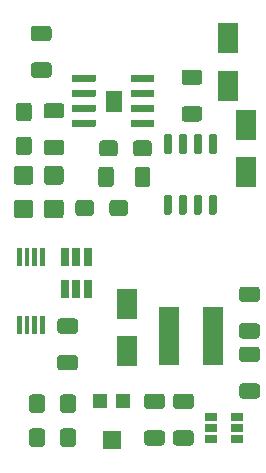
<source format=gtp>
%TF.GenerationSoftware,KiCad,Pcbnew,5.1.7-a382d34a8~88~ubuntu18.04.1*%
%TF.CreationDate,2022-07-15T15:30:23-05:00*%
%TF.ProjectId,Global_Val_Sen,476c6f62-616c-45f5-9661-6c5f53656e2e,rev?*%
%TF.SameCoordinates,Original*%
%TF.FileFunction,Paste,Top*%
%TF.FilePolarity,Positive*%
%FSLAX46Y46*%
G04 Gerber Fmt 4.6, Leading zero omitted, Abs format (unit mm)*
G04 Created by KiCad (PCBNEW 5.1.7-a382d34a8~88~ubuntu18.04.1) date 2022-07-15 15:30:23*
%MOMM*%
%LPD*%
G01*
G04 APERTURE LIST*
%ADD10C,0.010000*%
%ADD11R,1.600000X1.500000*%
%ADD12R,1.200000X1.200000*%
%ADD13R,1.800000X5.000000*%
%ADD14R,1.060000X0.650000*%
%ADD15R,1.800000X2.500000*%
%ADD16R,0.650000X1.560000*%
G04 APERTURE END LIST*
D10*
G36*
X31285000Y-46220000D02*
G01*
X32575000Y-46220000D01*
X32575000Y-47860000D01*
X31285000Y-47860000D01*
X31285000Y-46220000D01*
G37*
X31285000Y-46220000D02*
X32575000Y-46220000D01*
X32575000Y-47860000D01*
X31285000Y-47860000D01*
X31285000Y-46220000D01*
G36*
G01*
X42855000Y-70960000D02*
X44105000Y-70960000D01*
G75*
G02*
X44355000Y-71210000I0J-250000D01*
G01*
X44355000Y-72010000D01*
G75*
G02*
X44105000Y-72260000I-250000J0D01*
G01*
X42855000Y-72260000D01*
G75*
G02*
X42605000Y-72010000I0J250000D01*
G01*
X42605000Y-71210000D01*
G75*
G02*
X42855000Y-70960000I250000J0D01*
G01*
G37*
G36*
G01*
X42855000Y-67860000D02*
X44105000Y-67860000D01*
G75*
G02*
X44355000Y-68110000I0J-250000D01*
G01*
X44355000Y-68910000D01*
G75*
G02*
X44105000Y-69160000I-250000J0D01*
G01*
X42855000Y-69160000D01*
G75*
G02*
X42605000Y-68910000I0J250000D01*
G01*
X42605000Y-68110000D01*
G75*
G02*
X42855000Y-67860000I250000J0D01*
G01*
G37*
G36*
G01*
X42845000Y-65870000D02*
X44095000Y-65870000D01*
G75*
G02*
X44345000Y-66120000I0J-250000D01*
G01*
X44345000Y-66920000D01*
G75*
G02*
X44095000Y-67170000I-250000J0D01*
G01*
X42845000Y-67170000D01*
G75*
G02*
X42595000Y-66920000I0J250000D01*
G01*
X42595000Y-66120000D01*
G75*
G02*
X42845000Y-65870000I250000J0D01*
G01*
G37*
G36*
G01*
X42845000Y-62770000D02*
X44095000Y-62770000D01*
G75*
G02*
X44345000Y-63020000I0J-250000D01*
G01*
X44345000Y-63820000D01*
G75*
G02*
X44095000Y-64070000I-250000J0D01*
G01*
X42845000Y-64070000D01*
G75*
G02*
X42595000Y-63820000I0J250000D01*
G01*
X42595000Y-63020000D01*
G75*
G02*
X42845000Y-62770000I250000J0D01*
G01*
G37*
D11*
X31790000Y-75740000D03*
D12*
X30790000Y-72490000D03*
X32790000Y-72490000D03*
G36*
G01*
X25064999Y-74770000D02*
X25915001Y-74770000D01*
G75*
G02*
X26165000Y-75019999I0J-249999D01*
G01*
X26165000Y-76095001D01*
G75*
G02*
X25915001Y-76345000I-249999J0D01*
G01*
X25064999Y-76345000D01*
G75*
G02*
X24815000Y-76095001I0J249999D01*
G01*
X24815000Y-75019999D01*
G75*
G02*
X25064999Y-74770000I249999J0D01*
G01*
G37*
G36*
G01*
X25064999Y-71895000D02*
X25915001Y-71895000D01*
G75*
G02*
X26165000Y-72144999I0J-249999D01*
G01*
X26165000Y-73220001D01*
G75*
G02*
X25915001Y-73470000I-249999J0D01*
G01*
X25064999Y-73470000D01*
G75*
G02*
X24815000Y-73220001I0J249999D01*
G01*
X24815000Y-72144999D01*
G75*
G02*
X25064999Y-71895000I249999J0D01*
G01*
G37*
D13*
X40370000Y-66920000D03*
X36670000Y-66920000D03*
D14*
X42390000Y-74740000D03*
X42390000Y-73790000D03*
X42390000Y-75690000D03*
X40190000Y-75690000D03*
X40190000Y-74740000D03*
X40190000Y-73790000D03*
G36*
G01*
X38505000Y-73140000D02*
X37255000Y-73140000D01*
G75*
G02*
X37005000Y-72890000I0J250000D01*
G01*
X37005000Y-72090000D01*
G75*
G02*
X37255000Y-71840000I250000J0D01*
G01*
X38505000Y-71840000D01*
G75*
G02*
X38755000Y-72090000I0J-250000D01*
G01*
X38755000Y-72890000D01*
G75*
G02*
X38505000Y-73140000I-250000J0D01*
G01*
G37*
G36*
G01*
X38505000Y-76240000D02*
X37255000Y-76240000D01*
G75*
G02*
X37005000Y-75990000I0J250000D01*
G01*
X37005000Y-75190000D01*
G75*
G02*
X37255000Y-74940000I250000J0D01*
G01*
X38505000Y-74940000D01*
G75*
G02*
X38755000Y-75190000I0J-250000D01*
G01*
X38755000Y-75990000D01*
G75*
G02*
X38505000Y-76240000I-250000J0D01*
G01*
G37*
G36*
G01*
X34805000Y-74930000D02*
X36055000Y-74930000D01*
G75*
G02*
X36305000Y-75180000I0J-250000D01*
G01*
X36305000Y-75980000D01*
G75*
G02*
X36055000Y-76230000I-250000J0D01*
G01*
X34805000Y-76230000D01*
G75*
G02*
X34555000Y-75980000I0J250000D01*
G01*
X34555000Y-75180000D01*
G75*
G02*
X34805000Y-74930000I250000J0D01*
G01*
G37*
G36*
G01*
X34805000Y-71830000D02*
X36055000Y-71830000D01*
G75*
G02*
X36305000Y-72080000I0J-250000D01*
G01*
X36305000Y-72880000D01*
G75*
G02*
X36055000Y-73130000I-250000J0D01*
G01*
X34805000Y-73130000D01*
G75*
G02*
X34555000Y-72880000I0J250000D01*
G01*
X34555000Y-72080000D01*
G75*
G02*
X34805000Y-71830000I250000J0D01*
G01*
G37*
D15*
X33140000Y-68250000D03*
X33140000Y-64250000D03*
G36*
G01*
X27684999Y-74770000D02*
X28535001Y-74770000D01*
G75*
G02*
X28785000Y-75019999I0J-249999D01*
G01*
X28785000Y-76095001D01*
G75*
G02*
X28535001Y-76345000I-249999J0D01*
G01*
X27684999Y-76345000D01*
G75*
G02*
X27435000Y-76095001I0J249999D01*
G01*
X27435000Y-75019999D01*
G75*
G02*
X27684999Y-74770000I249999J0D01*
G01*
G37*
G36*
G01*
X27684999Y-71895000D02*
X28535001Y-71895000D01*
G75*
G02*
X28785000Y-72144999I0J-249999D01*
G01*
X28785000Y-73220001D01*
G75*
G02*
X28535001Y-73470000I-249999J0D01*
G01*
X27684999Y-73470000D01*
G75*
G02*
X27435000Y-73220001I0J249999D01*
G01*
X27435000Y-72144999D01*
G75*
G02*
X27684999Y-71895000I249999J0D01*
G01*
G37*
G36*
G01*
X28470000Y-45393000D02*
X28470000Y-44877000D01*
G75*
G02*
X28512000Y-44835000I42000J0D01*
G01*
X30398000Y-44835000D01*
G75*
G02*
X30440000Y-44877000I0J-42000D01*
G01*
X30440000Y-45393000D01*
G75*
G02*
X30398000Y-45435000I-42000J0D01*
G01*
X28512000Y-45435000D01*
G75*
G02*
X28470000Y-45393000I0J42000D01*
G01*
G37*
G36*
G01*
X28470000Y-46663000D02*
X28470000Y-46147000D01*
G75*
G02*
X28512000Y-46105000I42000J0D01*
G01*
X30398000Y-46105000D01*
G75*
G02*
X30440000Y-46147000I0J-42000D01*
G01*
X30440000Y-46663000D01*
G75*
G02*
X30398000Y-46705000I-42000J0D01*
G01*
X28512000Y-46705000D01*
G75*
G02*
X28470000Y-46663000I0J42000D01*
G01*
G37*
G36*
G01*
X28470000Y-47933000D02*
X28470000Y-47417000D01*
G75*
G02*
X28512000Y-47375000I42000J0D01*
G01*
X30398000Y-47375000D01*
G75*
G02*
X30440000Y-47417000I0J-42000D01*
G01*
X30440000Y-47933000D01*
G75*
G02*
X30398000Y-47975000I-42000J0D01*
G01*
X28512000Y-47975000D01*
G75*
G02*
X28470000Y-47933000I0J42000D01*
G01*
G37*
G36*
G01*
X28470000Y-49203000D02*
X28470000Y-48687000D01*
G75*
G02*
X28512000Y-48645000I42000J0D01*
G01*
X30398000Y-48645000D01*
G75*
G02*
X30440000Y-48687000I0J-42000D01*
G01*
X30440000Y-49203000D01*
G75*
G02*
X30398000Y-49245000I-42000J0D01*
G01*
X28512000Y-49245000D01*
G75*
G02*
X28470000Y-49203000I0J42000D01*
G01*
G37*
G36*
G01*
X33420000Y-49203000D02*
X33420000Y-48687000D01*
G75*
G02*
X33462000Y-48645000I42000J0D01*
G01*
X35348000Y-48645000D01*
G75*
G02*
X35390000Y-48687000I0J-42000D01*
G01*
X35390000Y-49203000D01*
G75*
G02*
X35348000Y-49245000I-42000J0D01*
G01*
X33462000Y-49245000D01*
G75*
G02*
X33420000Y-49203000I0J42000D01*
G01*
G37*
G36*
G01*
X33420000Y-47933000D02*
X33420000Y-47417000D01*
G75*
G02*
X33462000Y-47375000I42000J0D01*
G01*
X35348000Y-47375000D01*
G75*
G02*
X35390000Y-47417000I0J-42000D01*
G01*
X35390000Y-47933000D01*
G75*
G02*
X35348000Y-47975000I-42000J0D01*
G01*
X33462000Y-47975000D01*
G75*
G02*
X33420000Y-47933000I0J42000D01*
G01*
G37*
G36*
G01*
X33420000Y-46663000D02*
X33420000Y-46147000D01*
G75*
G02*
X33462000Y-46105000I42000J0D01*
G01*
X35348000Y-46105000D01*
G75*
G02*
X35390000Y-46147000I0J-42000D01*
G01*
X35390000Y-46663000D01*
G75*
G02*
X35348000Y-46705000I-42000J0D01*
G01*
X33462000Y-46705000D01*
G75*
G02*
X33420000Y-46663000I0J42000D01*
G01*
G37*
G36*
G01*
X33420000Y-45393000D02*
X33420000Y-44877000D01*
G75*
G02*
X33462000Y-44835000I42000J0D01*
G01*
X35348000Y-44835000D01*
G75*
G02*
X35390000Y-44877000I0J-42000D01*
G01*
X35390000Y-45393000D01*
G75*
G02*
X35348000Y-45435000I-42000J0D01*
G01*
X33462000Y-45435000D01*
G75*
G02*
X33420000Y-45393000I0J42000D01*
G01*
G37*
G36*
G01*
X36720000Y-51575000D02*
X36420000Y-51575000D01*
G75*
G02*
X36270000Y-51425000I0J150000D01*
G01*
X36270000Y-49975000D01*
G75*
G02*
X36420000Y-49825000I150000J0D01*
G01*
X36720000Y-49825000D01*
G75*
G02*
X36870000Y-49975000I0J-150000D01*
G01*
X36870000Y-51425000D01*
G75*
G02*
X36720000Y-51575000I-150000J0D01*
G01*
G37*
G36*
G01*
X37990000Y-51575000D02*
X37690000Y-51575000D01*
G75*
G02*
X37540000Y-51425000I0J150000D01*
G01*
X37540000Y-49975000D01*
G75*
G02*
X37690000Y-49825000I150000J0D01*
G01*
X37990000Y-49825000D01*
G75*
G02*
X38140000Y-49975000I0J-150000D01*
G01*
X38140000Y-51425000D01*
G75*
G02*
X37990000Y-51575000I-150000J0D01*
G01*
G37*
G36*
G01*
X39260000Y-51575000D02*
X38960000Y-51575000D01*
G75*
G02*
X38810000Y-51425000I0J150000D01*
G01*
X38810000Y-49975000D01*
G75*
G02*
X38960000Y-49825000I150000J0D01*
G01*
X39260000Y-49825000D01*
G75*
G02*
X39410000Y-49975000I0J-150000D01*
G01*
X39410000Y-51425000D01*
G75*
G02*
X39260000Y-51575000I-150000J0D01*
G01*
G37*
G36*
G01*
X40530000Y-51575000D02*
X40230000Y-51575000D01*
G75*
G02*
X40080000Y-51425000I0J150000D01*
G01*
X40080000Y-49975000D01*
G75*
G02*
X40230000Y-49825000I150000J0D01*
G01*
X40530000Y-49825000D01*
G75*
G02*
X40680000Y-49975000I0J-150000D01*
G01*
X40680000Y-51425000D01*
G75*
G02*
X40530000Y-51575000I-150000J0D01*
G01*
G37*
G36*
G01*
X40530000Y-56725000D02*
X40230000Y-56725000D01*
G75*
G02*
X40080000Y-56575000I0J150000D01*
G01*
X40080000Y-55125000D01*
G75*
G02*
X40230000Y-54975000I150000J0D01*
G01*
X40530000Y-54975000D01*
G75*
G02*
X40680000Y-55125000I0J-150000D01*
G01*
X40680000Y-56575000D01*
G75*
G02*
X40530000Y-56725000I-150000J0D01*
G01*
G37*
G36*
G01*
X39260000Y-56725000D02*
X38960000Y-56725000D01*
G75*
G02*
X38810000Y-56575000I0J150000D01*
G01*
X38810000Y-55125000D01*
G75*
G02*
X38960000Y-54975000I150000J0D01*
G01*
X39260000Y-54975000D01*
G75*
G02*
X39410000Y-55125000I0J-150000D01*
G01*
X39410000Y-56575000D01*
G75*
G02*
X39260000Y-56725000I-150000J0D01*
G01*
G37*
G36*
G01*
X37990000Y-56725000D02*
X37690000Y-56725000D01*
G75*
G02*
X37540000Y-56575000I0J150000D01*
G01*
X37540000Y-55125000D01*
G75*
G02*
X37690000Y-54975000I150000J0D01*
G01*
X37990000Y-54975000D01*
G75*
G02*
X38140000Y-55125000I0J-150000D01*
G01*
X38140000Y-56575000D01*
G75*
G02*
X37990000Y-56725000I-150000J0D01*
G01*
G37*
G36*
G01*
X36720000Y-56725000D02*
X36420000Y-56725000D01*
G75*
G02*
X36270000Y-56575000I0J150000D01*
G01*
X36270000Y-55125000D01*
G75*
G02*
X36420000Y-54975000I150000J0D01*
G01*
X36720000Y-54975000D01*
G75*
G02*
X36870000Y-55125000I0J-150000D01*
G01*
X36870000Y-56575000D01*
G75*
G02*
X36720000Y-56725000I-150000J0D01*
G01*
G37*
G36*
G01*
X39215000Y-45690000D02*
X37965000Y-45690000D01*
G75*
G02*
X37715000Y-45440000I0J250000D01*
G01*
X37715000Y-44640000D01*
G75*
G02*
X37965000Y-44390000I250000J0D01*
G01*
X39215000Y-44390000D01*
G75*
G02*
X39465000Y-44640000I0J-250000D01*
G01*
X39465000Y-45440000D01*
G75*
G02*
X39215000Y-45690000I-250000J0D01*
G01*
G37*
G36*
G01*
X39215000Y-48790000D02*
X37965000Y-48790000D01*
G75*
G02*
X37715000Y-48540000I0J250000D01*
G01*
X37715000Y-47740000D01*
G75*
G02*
X37965000Y-47490000I250000J0D01*
G01*
X39215000Y-47490000D01*
G75*
G02*
X39465000Y-47740000I0J-250000D01*
G01*
X39465000Y-48540000D01*
G75*
G02*
X39215000Y-48790000I-250000J0D01*
G01*
G37*
X43150000Y-53050000D03*
X43150000Y-49050000D03*
X41680000Y-41760000D03*
X41680000Y-45760000D03*
G36*
G01*
X26465000Y-45090000D02*
X25215000Y-45090000D01*
G75*
G02*
X24965000Y-44840000I0J250000D01*
G01*
X24965000Y-44040000D01*
G75*
G02*
X25215000Y-43790000I250000J0D01*
G01*
X26465000Y-43790000D01*
G75*
G02*
X26715000Y-44040000I0J-250000D01*
G01*
X26715000Y-44840000D01*
G75*
G02*
X26465000Y-45090000I-250000J0D01*
G01*
G37*
G36*
G01*
X26465000Y-41990000D02*
X25215000Y-41990000D01*
G75*
G02*
X24965000Y-41740000I0J250000D01*
G01*
X24965000Y-40940000D01*
G75*
G02*
X25215000Y-40690000I250000J0D01*
G01*
X26465000Y-40690000D01*
G75*
G02*
X26715000Y-40940000I0J-250000D01*
G01*
X26715000Y-41740000D01*
G75*
G02*
X26465000Y-41990000I-250000J0D01*
G01*
G37*
G36*
G01*
X31970000Y-52855000D02*
X31970000Y-54105000D01*
G75*
G02*
X31720000Y-54355000I-250000J0D01*
G01*
X30920000Y-54355000D01*
G75*
G02*
X30670000Y-54105000I0J250000D01*
G01*
X30670000Y-52855000D01*
G75*
G02*
X30920000Y-52605000I250000J0D01*
G01*
X31720000Y-52605000D01*
G75*
G02*
X31970000Y-52855000I0J-250000D01*
G01*
G37*
G36*
G01*
X35070000Y-52855000D02*
X35070000Y-54105000D01*
G75*
G02*
X34820000Y-54355000I-250000J0D01*
G01*
X34020000Y-54355000D01*
G75*
G02*
X33770000Y-54105000I0J250000D01*
G01*
X33770000Y-52855000D01*
G75*
G02*
X34020000Y-52605000I250000J0D01*
G01*
X34820000Y-52605000D01*
G75*
G02*
X35070000Y-52855000I0J-250000D01*
G01*
G37*
G36*
G01*
X27445000Y-68560000D02*
X28695000Y-68560000D01*
G75*
G02*
X28945000Y-68810000I0J-250000D01*
G01*
X28945000Y-69610000D01*
G75*
G02*
X28695000Y-69860000I-250000J0D01*
G01*
X27445000Y-69860000D01*
G75*
G02*
X27195000Y-69610000I0J250000D01*
G01*
X27195000Y-68810000D01*
G75*
G02*
X27445000Y-68560000I250000J0D01*
G01*
G37*
G36*
G01*
X27445000Y-65460000D02*
X28695000Y-65460000D01*
G75*
G02*
X28945000Y-65710000I0J-250000D01*
G01*
X28945000Y-66510000D01*
G75*
G02*
X28695000Y-66760000I-250000J0D01*
G01*
X27445000Y-66760000D01*
G75*
G02*
X27195000Y-66510000I0J250000D01*
G01*
X27195000Y-65710000D01*
G75*
G02*
X27445000Y-65460000I250000J0D01*
G01*
G37*
G36*
G01*
X30310000Y-55684999D02*
X30310000Y-56535001D01*
G75*
G02*
X30060001Y-56785000I-249999J0D01*
G01*
X28984999Y-56785000D01*
G75*
G02*
X28735000Y-56535001I0J249999D01*
G01*
X28735000Y-55684999D01*
G75*
G02*
X28984999Y-55435000I249999J0D01*
G01*
X30060001Y-55435000D01*
G75*
G02*
X30310000Y-55684999I0J-249999D01*
G01*
G37*
G36*
G01*
X33185000Y-55684999D02*
X33185000Y-56535001D01*
G75*
G02*
X32935001Y-56785000I-249999J0D01*
G01*
X31859999Y-56785000D01*
G75*
G02*
X31610000Y-56535001I0J249999D01*
G01*
X31610000Y-55684999D01*
G75*
G02*
X31859999Y-55435000I249999J0D01*
G01*
X32935001Y-55435000D01*
G75*
G02*
X33185000Y-55684999I0J-249999D01*
G01*
G37*
G36*
G01*
X25755000Y-59490000D02*
X26115000Y-59490000D01*
G75*
G02*
X26135000Y-59510000I0J-20000D01*
G01*
X26135000Y-61030000D01*
G75*
G02*
X26115000Y-61050000I-20000J0D01*
G01*
X25755000Y-61050000D01*
G75*
G02*
X25735000Y-61030000I0J20000D01*
G01*
X25735000Y-59510000D01*
G75*
G02*
X25755000Y-59490000I20000J0D01*
G01*
G37*
G36*
G01*
X25105000Y-59490000D02*
X25465000Y-59490000D01*
G75*
G02*
X25485000Y-59510000I0J-20000D01*
G01*
X25485000Y-61030000D01*
G75*
G02*
X25465000Y-61050000I-20000J0D01*
G01*
X25105000Y-61050000D01*
G75*
G02*
X25085000Y-61030000I0J20000D01*
G01*
X25085000Y-59510000D01*
G75*
G02*
X25105000Y-59490000I20000J0D01*
G01*
G37*
G36*
G01*
X24455000Y-59490000D02*
X24815000Y-59490000D01*
G75*
G02*
X24835000Y-59510000I0J-20000D01*
G01*
X24835000Y-61030000D01*
G75*
G02*
X24815000Y-61050000I-20000J0D01*
G01*
X24455000Y-61050000D01*
G75*
G02*
X24435000Y-61030000I0J20000D01*
G01*
X24435000Y-59510000D01*
G75*
G02*
X24455000Y-59490000I20000J0D01*
G01*
G37*
G36*
G01*
X23805000Y-59490000D02*
X24165000Y-59490000D01*
G75*
G02*
X24185000Y-59510000I0J-20000D01*
G01*
X24185000Y-61030000D01*
G75*
G02*
X24165000Y-61050000I-20000J0D01*
G01*
X23805000Y-61050000D01*
G75*
G02*
X23785000Y-61030000I0J20000D01*
G01*
X23785000Y-59510000D01*
G75*
G02*
X23805000Y-59490000I20000J0D01*
G01*
G37*
G36*
G01*
X23805000Y-65250000D02*
X24165000Y-65250000D01*
G75*
G02*
X24185000Y-65270000I0J-20000D01*
G01*
X24185000Y-66790000D01*
G75*
G02*
X24165000Y-66810000I-20000J0D01*
G01*
X23805000Y-66810000D01*
G75*
G02*
X23785000Y-66790000I0J20000D01*
G01*
X23785000Y-65270000D01*
G75*
G02*
X23805000Y-65250000I20000J0D01*
G01*
G37*
G36*
G01*
X24455000Y-65250000D02*
X24815000Y-65250000D01*
G75*
G02*
X24835000Y-65270000I0J-20000D01*
G01*
X24835000Y-66790000D01*
G75*
G02*
X24815000Y-66810000I-20000J0D01*
G01*
X24455000Y-66810000D01*
G75*
G02*
X24435000Y-66790000I0J20000D01*
G01*
X24435000Y-65270000D01*
G75*
G02*
X24455000Y-65250000I20000J0D01*
G01*
G37*
G36*
G01*
X25105000Y-65250000D02*
X25465000Y-65250000D01*
G75*
G02*
X25485000Y-65270000I0J-20000D01*
G01*
X25485000Y-66790000D01*
G75*
G02*
X25465000Y-66810000I-20000J0D01*
G01*
X25105000Y-66810000D01*
G75*
G02*
X25085000Y-66790000I0J20000D01*
G01*
X25085000Y-65270000D01*
G75*
G02*
X25105000Y-65250000I20000J0D01*
G01*
G37*
G36*
G01*
X25755000Y-65250000D02*
X26115000Y-65250000D01*
G75*
G02*
X26135000Y-65270000I0J-20000D01*
G01*
X26135000Y-66790000D01*
G75*
G02*
X26115000Y-66810000I-20000J0D01*
G01*
X25755000Y-66810000D01*
G75*
G02*
X25735000Y-66790000I0J20000D01*
G01*
X25735000Y-65270000D01*
G75*
G02*
X25755000Y-65250000I20000J0D01*
G01*
G37*
D16*
X28810000Y-60280000D03*
X27860000Y-60280000D03*
X29760000Y-60280000D03*
X29760000Y-62980000D03*
X28810000Y-62980000D03*
X27860000Y-62980000D03*
G36*
G01*
X27535000Y-48530000D02*
X26285000Y-48530000D01*
G75*
G02*
X26035000Y-48280000I0J250000D01*
G01*
X26035000Y-47480000D01*
G75*
G02*
X26285000Y-47230000I250000J0D01*
G01*
X27535000Y-47230000D01*
G75*
G02*
X27785000Y-47480000I0J-250000D01*
G01*
X27785000Y-48280000D01*
G75*
G02*
X27535000Y-48530000I-250000J0D01*
G01*
G37*
G36*
G01*
X27535000Y-51630000D02*
X26285000Y-51630000D01*
G75*
G02*
X26035000Y-51380000I0J250000D01*
G01*
X26035000Y-50580000D01*
G75*
G02*
X26285000Y-50330000I250000J0D01*
G01*
X27535000Y-50330000D01*
G75*
G02*
X27785000Y-50580000I0J-250000D01*
G01*
X27785000Y-51380000D01*
G75*
G02*
X27535000Y-51630000I-250000J0D01*
G01*
G37*
G36*
G01*
X24915000Y-54145000D02*
X23765000Y-54145000D01*
G75*
G02*
X23515000Y-53895000I0J250000D01*
G01*
X23515000Y-52795000D01*
G75*
G02*
X23765000Y-52545000I250000J0D01*
G01*
X24915000Y-52545000D01*
G75*
G02*
X25165000Y-52795000I0J-250000D01*
G01*
X25165000Y-53895000D01*
G75*
G02*
X24915000Y-54145000I-250000J0D01*
G01*
G37*
G36*
G01*
X24915000Y-56995000D02*
X23765000Y-56995000D01*
G75*
G02*
X23515000Y-56745000I0J250000D01*
G01*
X23515000Y-55645000D01*
G75*
G02*
X23765000Y-55395000I250000J0D01*
G01*
X24915000Y-55395000D01*
G75*
G02*
X25165000Y-55645000I0J-250000D01*
G01*
X25165000Y-56745000D01*
G75*
G02*
X24915000Y-56995000I-250000J0D01*
G01*
G37*
G36*
G01*
X27475000Y-54145000D02*
X26325000Y-54145000D01*
G75*
G02*
X26075000Y-53895000I0J250000D01*
G01*
X26075000Y-52795000D01*
G75*
G02*
X26325000Y-52545000I250000J0D01*
G01*
X27475000Y-52545000D01*
G75*
G02*
X27725000Y-52795000I0J-250000D01*
G01*
X27725000Y-53895000D01*
G75*
G02*
X27475000Y-54145000I-250000J0D01*
G01*
G37*
G36*
G01*
X27475000Y-56995000D02*
X26325000Y-56995000D01*
G75*
G02*
X26075000Y-56745000I0J250000D01*
G01*
X26075000Y-55645000D01*
G75*
G02*
X26325000Y-55395000I250000J0D01*
G01*
X27475000Y-55395000D01*
G75*
G02*
X27725000Y-55645000I0J-250000D01*
G01*
X27725000Y-56745000D01*
G75*
G02*
X27475000Y-56995000I-250000J0D01*
G01*
G37*
G36*
G01*
X23924999Y-47195000D02*
X24775001Y-47195000D01*
G75*
G02*
X25025000Y-47444999I0J-249999D01*
G01*
X25025000Y-48520001D01*
G75*
G02*
X24775001Y-48770000I-249999J0D01*
G01*
X23924999Y-48770000D01*
G75*
G02*
X23675000Y-48520001I0J249999D01*
G01*
X23675000Y-47444999D01*
G75*
G02*
X23924999Y-47195000I249999J0D01*
G01*
G37*
G36*
G01*
X23924999Y-50070000D02*
X24775001Y-50070000D01*
G75*
G02*
X25025000Y-50319999I0J-249999D01*
G01*
X25025000Y-51395001D01*
G75*
G02*
X24775001Y-51645000I-249999J0D01*
G01*
X23924999Y-51645000D01*
G75*
G02*
X23675000Y-51395001I0J249999D01*
G01*
X23675000Y-50319999D01*
G75*
G02*
X23924999Y-50070000I249999J0D01*
G01*
G37*
G36*
G01*
X35195000Y-50634999D02*
X35195000Y-51485001D01*
G75*
G02*
X34945001Y-51735000I-249999J0D01*
G01*
X33869999Y-51735000D01*
G75*
G02*
X33620000Y-51485001I0J249999D01*
G01*
X33620000Y-50634999D01*
G75*
G02*
X33869999Y-50385000I249999J0D01*
G01*
X34945001Y-50385000D01*
G75*
G02*
X35195000Y-50634999I0J-249999D01*
G01*
G37*
G36*
G01*
X32320000Y-50634999D02*
X32320000Y-51485001D01*
G75*
G02*
X32070001Y-51735000I-249999J0D01*
G01*
X30994999Y-51735000D01*
G75*
G02*
X30745000Y-51485001I0J249999D01*
G01*
X30745000Y-50634999D01*
G75*
G02*
X30994999Y-50385000I249999J0D01*
G01*
X32070001Y-50385000D01*
G75*
G02*
X32320000Y-50634999I0J-249999D01*
G01*
G37*
M02*

</source>
